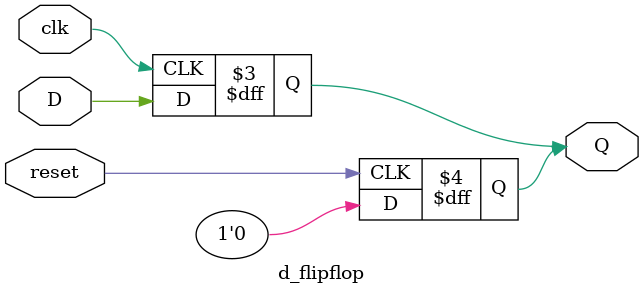
<source format=v>
module d_flipflop (clk, D, Q, reset);
	input clk, D, reset;
	output reg Q;
	
	always @(posedge reset)
		Q <= 1'b0;
	
	always @(posedge clk)
		Q <= D;
endmodule
</source>
